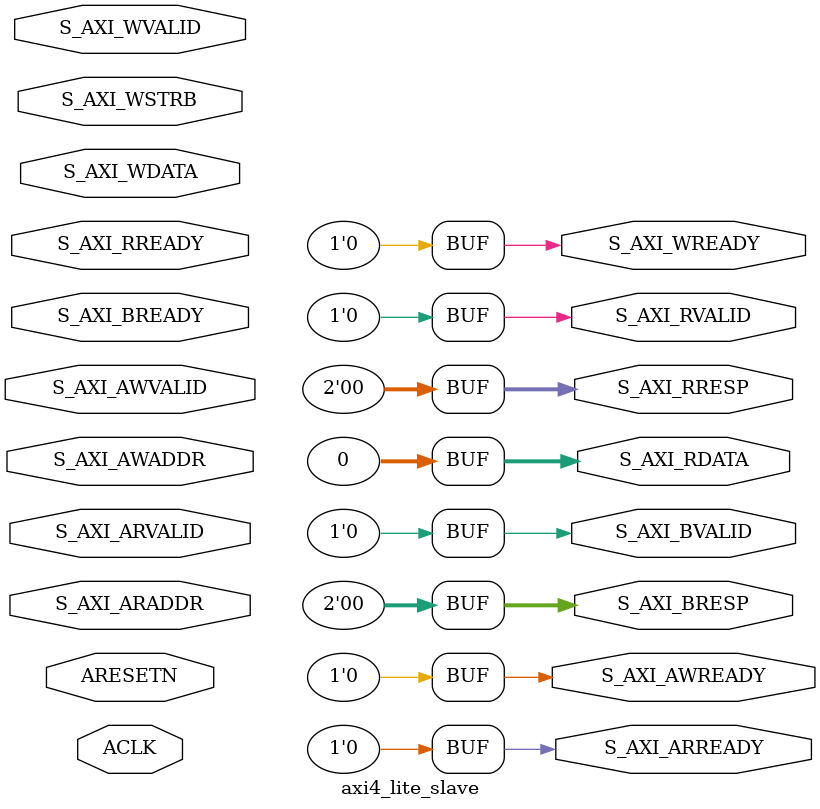
<source format=sv>

module axi4_lite_slave #(
    parameter ADDR_WIDTH = 32,
    parameter DATA_WIDTH = 32
)(
    input  wire                      ACLK,
    input  wire                      ARESETN,

    // Write address channel
    input  wire [ADDR_WIDTH-1:0]     S_AXI_AWADDR,
    input  wire                      S_AXI_AWVALID,
    output wire                      S_AXI_AWREADY,

    // Write data channel
    input  wire [DATA_WIDTH-1:0]     S_AXI_WDATA,
    input  wire [(DATA_WIDTH/8)-1:0] S_AXI_WSTRB,
    input  wire                      S_AXI_WVALID,
    output wire                      S_AXI_WREADY,

    // Write response channel
    output wire [1:0]                S_AXI_BRESP,
    output wire                      S_AXI_BVALID,
    input  wire                      S_AXI_BREADY,

    // Read address channel
    input  wire [ADDR_WIDTH-1:0]     S_AXI_ARADDR,
    input  wire                      S_AXI_ARVALID,
    output wire                      S_AXI_ARREADY,

    // Read data channel
    output wire [DATA_WIDTH-1:0]     S_AXI_RDATA,
    output wire [1:0]                S_AXI_RRESP,
    output wire                      S_AXI_RVALID,
    input  wire                      S_AXI_RREADY
);

// -----------------------
// TODO: Implementation plan
// -----------------------
// - Implement AW/R handshake and store address
// - Implement write path: use AWADDR + WDATA + WSTRB to update internal registers
// - Implement read path: decode ARADDR and return read data
// - Provide response signals (OKAY / SLVERR as needed)
// - Add a simple register file interface (e.g., read_reg(addr), write_reg(addr, data, strb)) to keep this block generic
// - Add testbench in `sim/` to verify read/write, halting on error

// Placeholders to avoid synthesis errors while skeletoning
assign S_AXI_AWREADY = 1'b0;
assign S_AXI_WREADY  = 1'b0;
assign S_AXI_BRESP   = 2'b00;
assign S_AXI_BVALID  = 1'b0;
assign S_AXI_ARREADY = 1'b0;
assign S_AXI_RDATA   = {DATA_WIDTH{1'b0}};
assign S_AXI_RRESP   = 2'b00;
assign S_AXI_RVALID  = 1'b0;

endmodule

</source>
